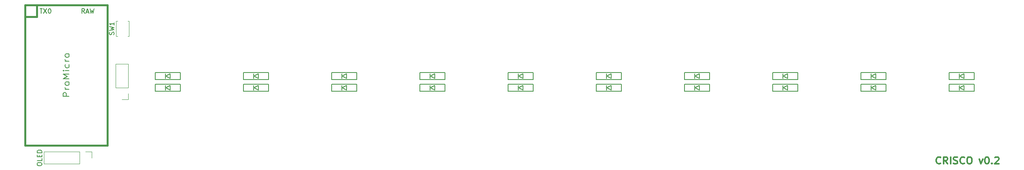
<source format=gbr>
G04 #@! TF.GenerationSoftware,KiCad,Pcbnew,5.1.12-1.fc33*
G04 #@! TF.CreationDate,2022-01-04T19:58:38-05:00*
G04 #@! TF.ProjectId,crisco,63726973-636f-42e6-9b69-6361645f7063,rev?*
G04 #@! TF.SameCoordinates,Original*
G04 #@! TF.FileFunction,Legend,Top*
G04 #@! TF.FilePolarity,Positive*
%FSLAX46Y46*%
G04 Gerber Fmt 4.6, Leading zero omitted, Abs format (unit mm)*
G04 Created by KiCad (PCBNEW 5.1.12-1.fc33) date 2022-01-04 19:58:38*
%MOMM*%
%LPD*%
G01*
G04 APERTURE LIST*
%ADD10C,0.300000*%
%ADD11C,0.120000*%
%ADD12C,0.150000*%
%ADD13C,0.381000*%
%ADD14C,0.203200*%
G04 APERTURE END LIST*
D10*
X219603571Y-105310714D02*
X219532142Y-105382142D01*
X219317857Y-105453571D01*
X219175000Y-105453571D01*
X218960714Y-105382142D01*
X218817857Y-105239285D01*
X218746428Y-105096428D01*
X218675000Y-104810714D01*
X218675000Y-104596428D01*
X218746428Y-104310714D01*
X218817857Y-104167857D01*
X218960714Y-104025000D01*
X219175000Y-103953571D01*
X219317857Y-103953571D01*
X219532142Y-104025000D01*
X219603571Y-104096428D01*
X221103571Y-105453571D02*
X220603571Y-104739285D01*
X220246428Y-105453571D02*
X220246428Y-103953571D01*
X220817857Y-103953571D01*
X220960714Y-104025000D01*
X221032142Y-104096428D01*
X221103571Y-104239285D01*
X221103571Y-104453571D01*
X221032142Y-104596428D01*
X220960714Y-104667857D01*
X220817857Y-104739285D01*
X220246428Y-104739285D01*
X221746428Y-105453571D02*
X221746428Y-103953571D01*
X222389285Y-105382142D02*
X222603571Y-105453571D01*
X222960714Y-105453571D01*
X223103571Y-105382142D01*
X223175000Y-105310714D01*
X223246428Y-105167857D01*
X223246428Y-105025000D01*
X223175000Y-104882142D01*
X223103571Y-104810714D01*
X222960714Y-104739285D01*
X222675000Y-104667857D01*
X222532142Y-104596428D01*
X222460714Y-104525000D01*
X222389285Y-104382142D01*
X222389285Y-104239285D01*
X222460714Y-104096428D01*
X222532142Y-104025000D01*
X222675000Y-103953571D01*
X223032142Y-103953571D01*
X223246428Y-104025000D01*
X224746428Y-105310714D02*
X224675000Y-105382142D01*
X224460714Y-105453571D01*
X224317857Y-105453571D01*
X224103571Y-105382142D01*
X223960714Y-105239285D01*
X223889285Y-105096428D01*
X223817857Y-104810714D01*
X223817857Y-104596428D01*
X223889285Y-104310714D01*
X223960714Y-104167857D01*
X224103571Y-104025000D01*
X224317857Y-103953571D01*
X224460714Y-103953571D01*
X224675000Y-104025000D01*
X224746428Y-104096428D01*
X225675000Y-103953571D02*
X225960714Y-103953571D01*
X226103571Y-104025000D01*
X226246428Y-104167857D01*
X226317857Y-104453571D01*
X226317857Y-104953571D01*
X226246428Y-105239285D01*
X226103571Y-105382142D01*
X225960714Y-105453571D01*
X225675000Y-105453571D01*
X225532142Y-105382142D01*
X225389285Y-105239285D01*
X225317857Y-104953571D01*
X225317857Y-104453571D01*
X225389285Y-104167857D01*
X225532142Y-104025000D01*
X225675000Y-103953571D01*
X227960714Y-104453571D02*
X228317857Y-105453571D01*
X228675000Y-104453571D01*
X229532142Y-103953571D02*
X229675000Y-103953571D01*
X229817857Y-104025000D01*
X229889285Y-104096428D01*
X229960714Y-104239285D01*
X230032142Y-104525000D01*
X230032142Y-104882142D01*
X229960714Y-105167857D01*
X229889285Y-105310714D01*
X229817857Y-105382142D01*
X229675000Y-105453571D01*
X229532142Y-105453571D01*
X229389285Y-105382142D01*
X229317857Y-105310714D01*
X229246428Y-105167857D01*
X229175000Y-104882142D01*
X229175000Y-104525000D01*
X229246428Y-104239285D01*
X229317857Y-104096428D01*
X229389285Y-104025000D01*
X229532142Y-103953571D01*
X230675000Y-105310714D02*
X230746428Y-105382142D01*
X230675000Y-105453571D01*
X230603571Y-105382142D01*
X230675000Y-105310714D01*
X230675000Y-105453571D01*
X231317857Y-104096428D02*
X231389285Y-104025000D01*
X231532142Y-103953571D01*
X231889285Y-103953571D01*
X232032142Y-104025000D01*
X232103571Y-104096428D01*
X232175000Y-104239285D01*
X232175000Y-104382142D01*
X232103571Y-104596428D01*
X231246428Y-105453571D01*
X232175000Y-105453571D01*
D11*
X44129000Y-91500000D02*
X42799000Y-91500000D01*
X44129000Y-90170000D02*
X44129000Y-91500000D01*
X44129000Y-88900000D02*
X41469000Y-88900000D01*
X41469000Y-88900000D02*
X41469000Y-83760000D01*
X44129000Y-88900000D02*
X44129000Y-83760000D01*
X44129000Y-83760000D02*
X41469000Y-83760000D01*
X44026000Y-77723000D02*
X44326000Y-77723000D01*
X44326000Y-77723000D02*
X44326000Y-74423000D01*
X44326000Y-74423000D02*
X44026000Y-74423000D01*
X41826000Y-77723000D02*
X41526000Y-77723000D01*
X41526000Y-77723000D02*
X41526000Y-74423000D01*
X41526000Y-74423000D02*
X41826000Y-74423000D01*
D12*
X112555000Y-87110000D02*
X112555000Y-85610000D01*
X107155000Y-87110000D02*
X112555000Y-87110000D01*
X107155000Y-85610000D02*
X107155000Y-87110000D01*
X112555000Y-85610000D02*
X107155000Y-85610000D01*
X109355000Y-85860000D02*
X109355000Y-86860000D01*
X110355000Y-86860000D02*
X109455000Y-86360000D01*
X110355000Y-85860000D02*
X110355000Y-86860000D01*
X109455000Y-86360000D02*
X110355000Y-85860000D01*
X55405000Y-87110000D02*
X55405000Y-85610000D01*
X50005000Y-87110000D02*
X55405000Y-87110000D01*
X50005000Y-85610000D02*
X50005000Y-87110000D01*
X55405000Y-85610000D02*
X50005000Y-85610000D01*
X52205000Y-85860000D02*
X52205000Y-86860000D01*
X53205000Y-86860000D02*
X52305000Y-86360000D01*
X53205000Y-85860000D02*
X53205000Y-86860000D01*
X52305000Y-86360000D02*
X53205000Y-85860000D01*
X74455000Y-87110000D02*
X74455000Y-85610000D01*
X69055000Y-87110000D02*
X74455000Y-87110000D01*
X69055000Y-85610000D02*
X69055000Y-87110000D01*
X74455000Y-85610000D02*
X69055000Y-85610000D01*
X71255000Y-85860000D02*
X71255000Y-86860000D01*
X72255000Y-86860000D02*
X71355000Y-86360000D01*
X72255000Y-85860000D02*
X72255000Y-86860000D01*
X71355000Y-86360000D02*
X72255000Y-85860000D01*
X93505000Y-87110000D02*
X93505000Y-85610000D01*
X88105000Y-87110000D02*
X93505000Y-87110000D01*
X88105000Y-85610000D02*
X88105000Y-87110000D01*
X93505000Y-85610000D02*
X88105000Y-85610000D01*
X90305000Y-85860000D02*
X90305000Y-86860000D01*
X91305000Y-86860000D02*
X90405000Y-86360000D01*
X91305000Y-85860000D02*
X91305000Y-86860000D01*
X90405000Y-86360000D02*
X91305000Y-85860000D01*
X55405000Y-89650000D02*
X55405000Y-88150000D01*
X50005000Y-89650000D02*
X55405000Y-89650000D01*
X50005000Y-88150000D02*
X50005000Y-89650000D01*
X55405000Y-88150000D02*
X50005000Y-88150000D01*
X52205000Y-88400000D02*
X52205000Y-89400000D01*
X53205000Y-89400000D02*
X52305000Y-88900000D01*
X53205000Y-88400000D02*
X53205000Y-89400000D01*
X52305000Y-88900000D02*
X53205000Y-88400000D01*
X74455000Y-89650000D02*
X74455000Y-88150000D01*
X69055000Y-89650000D02*
X74455000Y-89650000D01*
X69055000Y-88150000D02*
X69055000Y-89650000D01*
X74455000Y-88150000D02*
X69055000Y-88150000D01*
X71255000Y-88400000D02*
X71255000Y-89400000D01*
X72255000Y-89400000D02*
X71355000Y-88900000D01*
X72255000Y-88400000D02*
X72255000Y-89400000D01*
X71355000Y-88900000D02*
X72255000Y-88400000D01*
X93505000Y-89650000D02*
X93505000Y-88150000D01*
X88105000Y-89650000D02*
X93505000Y-89650000D01*
X88105000Y-88150000D02*
X88105000Y-89650000D01*
X93505000Y-88150000D02*
X88105000Y-88150000D01*
X90305000Y-88400000D02*
X90305000Y-89400000D01*
X91305000Y-89400000D02*
X90405000Y-88900000D01*
X91305000Y-88400000D02*
X91305000Y-89400000D01*
X90405000Y-88900000D02*
X91305000Y-88400000D01*
X112555000Y-89650000D02*
X112555000Y-88150000D01*
X107155000Y-89650000D02*
X112555000Y-89650000D01*
X107155000Y-88150000D02*
X107155000Y-89650000D01*
X112555000Y-88150000D02*
X107155000Y-88150000D01*
X109355000Y-88400000D02*
X109355000Y-89400000D01*
X110355000Y-89400000D02*
X109455000Y-88900000D01*
X110355000Y-88400000D02*
X110355000Y-89400000D01*
X109455000Y-88900000D02*
X110355000Y-88400000D01*
X226855000Y-87110000D02*
X226855000Y-85610000D01*
X221455000Y-87110000D02*
X226855000Y-87110000D01*
X221455000Y-85610000D02*
X221455000Y-87110000D01*
X226855000Y-85610000D02*
X221455000Y-85610000D01*
X223655000Y-85860000D02*
X223655000Y-86860000D01*
X224655000Y-86860000D02*
X223755000Y-86360000D01*
X224655000Y-85860000D02*
X224655000Y-86860000D01*
X223755000Y-86360000D02*
X224655000Y-85860000D01*
X226855000Y-89650000D02*
X226855000Y-88150000D01*
X221455000Y-89650000D02*
X226855000Y-89650000D01*
X221455000Y-88150000D02*
X221455000Y-89650000D01*
X226855000Y-88150000D02*
X221455000Y-88150000D01*
X223655000Y-88400000D02*
X223655000Y-89400000D01*
X224655000Y-89400000D02*
X223755000Y-88900000D01*
X224655000Y-88400000D02*
X224655000Y-89400000D01*
X223755000Y-88900000D02*
X224655000Y-88400000D01*
X207805000Y-89650000D02*
X207805000Y-88150000D01*
X202405000Y-89650000D02*
X207805000Y-89650000D01*
X202405000Y-88150000D02*
X202405000Y-89650000D01*
X207805000Y-88150000D02*
X202405000Y-88150000D01*
X204605000Y-88400000D02*
X204605000Y-89400000D01*
X205605000Y-89400000D02*
X204705000Y-88900000D01*
X205605000Y-88400000D02*
X205605000Y-89400000D01*
X204705000Y-88900000D02*
X205605000Y-88400000D01*
X188755000Y-89650000D02*
X188755000Y-88150000D01*
X183355000Y-89650000D02*
X188755000Y-89650000D01*
X183355000Y-88150000D02*
X183355000Y-89650000D01*
X188755000Y-88150000D02*
X183355000Y-88150000D01*
X185555000Y-88400000D02*
X185555000Y-89400000D01*
X186555000Y-89400000D02*
X185655000Y-88900000D01*
X186555000Y-88400000D02*
X186555000Y-89400000D01*
X185655000Y-88900000D02*
X186555000Y-88400000D01*
X169705000Y-89650000D02*
X169705000Y-88150000D01*
X164305000Y-89650000D02*
X169705000Y-89650000D01*
X164305000Y-88150000D02*
X164305000Y-89650000D01*
X169705000Y-88150000D02*
X164305000Y-88150000D01*
X166505000Y-88400000D02*
X166505000Y-89400000D01*
X167505000Y-89400000D02*
X166605000Y-88900000D01*
X167505000Y-88400000D02*
X167505000Y-89400000D01*
X166605000Y-88900000D02*
X167505000Y-88400000D01*
X150655000Y-89650000D02*
X150655000Y-88150000D01*
X145255000Y-89650000D02*
X150655000Y-89650000D01*
X145255000Y-88150000D02*
X145255000Y-89650000D01*
X150655000Y-88150000D02*
X145255000Y-88150000D01*
X147455000Y-88400000D02*
X147455000Y-89400000D01*
X148455000Y-89400000D02*
X147555000Y-88900000D01*
X148455000Y-88400000D02*
X148455000Y-89400000D01*
X147555000Y-88900000D02*
X148455000Y-88400000D01*
X131605000Y-89650000D02*
X131605000Y-88150000D01*
X126205000Y-89650000D02*
X131605000Y-89650000D01*
X126205000Y-88150000D02*
X126205000Y-89650000D01*
X131605000Y-88150000D02*
X126205000Y-88150000D01*
X128405000Y-88400000D02*
X128405000Y-89400000D01*
X129405000Y-89400000D02*
X128505000Y-88900000D01*
X129405000Y-88400000D02*
X129405000Y-89400000D01*
X128505000Y-88900000D02*
X129405000Y-88400000D01*
X207805000Y-87110000D02*
X207805000Y-85610000D01*
X202405000Y-87110000D02*
X207805000Y-87110000D01*
X202405000Y-85610000D02*
X202405000Y-87110000D01*
X207805000Y-85610000D02*
X202405000Y-85610000D01*
X204605000Y-85860000D02*
X204605000Y-86860000D01*
X205605000Y-86860000D02*
X204705000Y-86360000D01*
X205605000Y-85860000D02*
X205605000Y-86860000D01*
X204705000Y-86360000D02*
X205605000Y-85860000D01*
X188755000Y-87110000D02*
X188755000Y-85610000D01*
X183355000Y-87110000D02*
X188755000Y-87110000D01*
X183355000Y-85610000D02*
X183355000Y-87110000D01*
X188755000Y-85610000D02*
X183355000Y-85610000D01*
X185555000Y-85860000D02*
X185555000Y-86860000D01*
X186555000Y-86860000D02*
X185655000Y-86360000D01*
X186555000Y-85860000D02*
X186555000Y-86860000D01*
X185655000Y-86360000D02*
X186555000Y-85860000D01*
X169705000Y-87110000D02*
X169705000Y-85610000D01*
X164305000Y-87110000D02*
X169705000Y-87110000D01*
X164305000Y-85610000D02*
X164305000Y-87110000D01*
X169705000Y-85610000D02*
X164305000Y-85610000D01*
X166505000Y-85860000D02*
X166505000Y-86860000D01*
X167505000Y-86860000D02*
X166605000Y-86360000D01*
X167505000Y-85860000D02*
X167505000Y-86860000D01*
X166605000Y-86360000D02*
X167505000Y-85860000D01*
X150655000Y-87110000D02*
X150655000Y-85610000D01*
X145255000Y-87110000D02*
X150655000Y-87110000D01*
X145255000Y-85610000D02*
X145255000Y-87110000D01*
X150655000Y-85610000D02*
X145255000Y-85610000D01*
X147455000Y-85860000D02*
X147455000Y-86860000D01*
X148455000Y-86860000D02*
X147555000Y-86360000D01*
X148455000Y-85860000D02*
X148455000Y-86860000D01*
X147555000Y-86360000D02*
X148455000Y-85860000D01*
X131605000Y-87110000D02*
X131605000Y-85610000D01*
X126205000Y-87110000D02*
X131605000Y-87110000D01*
X126205000Y-85610000D02*
X126205000Y-87110000D01*
X131605000Y-85610000D02*
X126205000Y-85610000D01*
X128405000Y-85860000D02*
X128405000Y-86860000D01*
X129405000Y-86860000D02*
X128505000Y-86360000D01*
X129405000Y-85860000D02*
X129405000Y-86860000D01*
X128505000Y-86360000D02*
X129405000Y-85860000D01*
D11*
X25975000Y-102810000D02*
X25975000Y-105470000D01*
X33655000Y-102810000D02*
X25975000Y-102810000D01*
X33655000Y-105470000D02*
X25975000Y-105470000D01*
X33655000Y-102810000D02*
X33655000Y-105470000D01*
X34925000Y-102810000D02*
X36255000Y-102810000D01*
X36255000Y-102810000D02*
X36255000Y-104140000D01*
D13*
X39687500Y-70961250D02*
X21907500Y-70961250D01*
X21907500Y-70961250D02*
X21907500Y-101441250D01*
X21907500Y-101441250D02*
X39687500Y-101441250D01*
X39687500Y-101441250D02*
X39687500Y-70961250D01*
X24447500Y-70961250D02*
X24447500Y-73501250D01*
X24447500Y-73501250D02*
X21907500Y-73501250D01*
D12*
X41044761Y-77406333D02*
X41092380Y-77263476D01*
X41092380Y-77025380D01*
X41044761Y-76930142D01*
X40997142Y-76882523D01*
X40901904Y-76834904D01*
X40806666Y-76834904D01*
X40711428Y-76882523D01*
X40663809Y-76930142D01*
X40616190Y-77025380D01*
X40568571Y-77215857D01*
X40520952Y-77311095D01*
X40473333Y-77358714D01*
X40378095Y-77406333D01*
X40282857Y-77406333D01*
X40187619Y-77358714D01*
X40140000Y-77311095D01*
X40092380Y-77215857D01*
X40092380Y-76977761D01*
X40140000Y-76834904D01*
X40092380Y-76501571D02*
X41092380Y-76263476D01*
X40378095Y-76073000D01*
X41092380Y-75882523D01*
X40092380Y-75644428D01*
X41092380Y-74739666D02*
X41092380Y-75311095D01*
X41092380Y-75025380D02*
X40092380Y-75025380D01*
X40235238Y-75120619D01*
X40330476Y-75215857D01*
X40378095Y-75311095D01*
X24471380Y-105592380D02*
X24471380Y-105401904D01*
X24519000Y-105306666D01*
X24614238Y-105211428D01*
X24804714Y-105163809D01*
X25138047Y-105163809D01*
X25328523Y-105211428D01*
X25423761Y-105306666D01*
X25471380Y-105401904D01*
X25471380Y-105592380D01*
X25423761Y-105687619D01*
X25328523Y-105782857D01*
X25138047Y-105830476D01*
X24804714Y-105830476D01*
X24614238Y-105782857D01*
X24519000Y-105687619D01*
X24471380Y-105592380D01*
X25471380Y-104259047D02*
X25471380Y-104735238D01*
X24471380Y-104735238D01*
X24947571Y-103925714D02*
X24947571Y-103592380D01*
X25471380Y-103449523D02*
X25471380Y-103925714D01*
X24471380Y-103925714D01*
X24471380Y-103449523D01*
X25471380Y-103020952D02*
X24471380Y-103020952D01*
X24471380Y-102782857D01*
X24519000Y-102640000D01*
X24614238Y-102544761D01*
X24709476Y-102497142D01*
X24899952Y-102449523D01*
X25042809Y-102449523D01*
X25233285Y-102497142D01*
X25328523Y-102544761D01*
X25423761Y-102640000D01*
X25471380Y-102782857D01*
X25471380Y-103020952D01*
D14*
X31372023Y-90809535D02*
X30102023Y-90809535D01*
X30102023Y-90228964D01*
X30162500Y-90083821D01*
X30222976Y-90011250D01*
X30343928Y-89938678D01*
X30525357Y-89938678D01*
X30646309Y-90011250D01*
X30706785Y-90083821D01*
X30767261Y-90228964D01*
X30767261Y-90809535D01*
X31372023Y-89285535D02*
X30525357Y-89285535D01*
X30767261Y-89285535D02*
X30646309Y-89212964D01*
X30585833Y-89140392D01*
X30525357Y-88995250D01*
X30525357Y-88850107D01*
X31372023Y-88124392D02*
X31311547Y-88269535D01*
X31251071Y-88342107D01*
X31130119Y-88414678D01*
X30767261Y-88414678D01*
X30646309Y-88342107D01*
X30585833Y-88269535D01*
X30525357Y-88124392D01*
X30525357Y-87906678D01*
X30585833Y-87761535D01*
X30646309Y-87688964D01*
X30767261Y-87616392D01*
X31130119Y-87616392D01*
X31251071Y-87688964D01*
X31311547Y-87761535D01*
X31372023Y-87906678D01*
X31372023Y-88124392D01*
X31372023Y-86963250D02*
X30102023Y-86963250D01*
X31009166Y-86455250D01*
X30102023Y-85947250D01*
X31372023Y-85947250D01*
X31372023Y-85221535D02*
X30525357Y-85221535D01*
X30102023Y-85221535D02*
X30162500Y-85294107D01*
X30222976Y-85221535D01*
X30162500Y-85148964D01*
X30102023Y-85221535D01*
X30222976Y-85221535D01*
X31311547Y-83842678D02*
X31372023Y-83987821D01*
X31372023Y-84278107D01*
X31311547Y-84423250D01*
X31251071Y-84495821D01*
X31130119Y-84568392D01*
X30767261Y-84568392D01*
X30646309Y-84495821D01*
X30585833Y-84423250D01*
X30525357Y-84278107D01*
X30525357Y-83987821D01*
X30585833Y-83842678D01*
X31372023Y-83189535D02*
X30525357Y-83189535D01*
X30767261Y-83189535D02*
X30646309Y-83116964D01*
X30585833Y-83044392D01*
X30525357Y-82899250D01*
X30525357Y-82754107D01*
X31372023Y-82028392D02*
X31311547Y-82173535D01*
X31251071Y-82246107D01*
X31130119Y-82318678D01*
X30767261Y-82318678D01*
X30646309Y-82246107D01*
X30585833Y-82173535D01*
X30525357Y-82028392D01*
X30525357Y-81810678D01*
X30585833Y-81665535D01*
X30646309Y-81592964D01*
X30767261Y-81520392D01*
X31130119Y-81520392D01*
X31251071Y-81592964D01*
X31311547Y-81665535D01*
X31372023Y-81810678D01*
X31372023Y-82028392D01*
D12*
X34707023Y-72753630D02*
X34373690Y-72277440D01*
X34135595Y-72753630D02*
X34135595Y-71753630D01*
X34516547Y-71753630D01*
X34611785Y-71801250D01*
X34659404Y-71848869D01*
X34707023Y-71944107D01*
X34707023Y-72086964D01*
X34659404Y-72182202D01*
X34611785Y-72229821D01*
X34516547Y-72277440D01*
X34135595Y-72277440D01*
X35087976Y-72467916D02*
X35564166Y-72467916D01*
X34992738Y-72753630D02*
X35326071Y-71753630D01*
X35659404Y-72753630D01*
X35897500Y-71753630D02*
X36135595Y-72753630D01*
X36326071Y-72039345D01*
X36516547Y-72753630D01*
X36754642Y-71753630D01*
X25059404Y-71753630D02*
X25630833Y-71753630D01*
X25345119Y-72753630D02*
X25345119Y-71753630D01*
X25868928Y-71753630D02*
X26535595Y-72753630D01*
X26535595Y-71753630D02*
X25868928Y-72753630D01*
X27107023Y-71753630D02*
X27202261Y-71753630D01*
X27297500Y-71801250D01*
X27345119Y-71848869D01*
X27392738Y-71944107D01*
X27440357Y-72134583D01*
X27440357Y-72372678D01*
X27392738Y-72563154D01*
X27345119Y-72658392D01*
X27297500Y-72706011D01*
X27202261Y-72753630D01*
X27107023Y-72753630D01*
X27011785Y-72706011D01*
X26964166Y-72658392D01*
X26916547Y-72563154D01*
X26868928Y-72372678D01*
X26868928Y-72134583D01*
X26916547Y-71944107D01*
X26964166Y-71848869D01*
X27011785Y-71801250D01*
X27107023Y-71753630D01*
M02*

</source>
